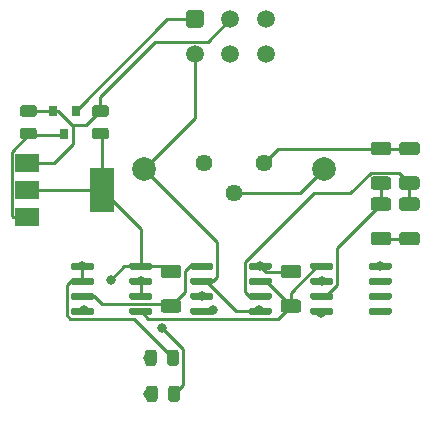
<source format=gbr>
G04 #@! TF.GenerationSoftware,KiCad,Pcbnew,(5.1.6)-1*
G04 #@! TF.CreationDate,2021-06-24T15:04:22+10:00*
G04 #@! TF.ProjectId,BSPD_Accumulator,42535044-5f41-4636-9375-6d756c61746f,rev?*
G04 #@! TF.SameCoordinates,Original*
G04 #@! TF.FileFunction,Copper,L1,Top*
G04 #@! TF.FilePolarity,Positive*
%FSLAX46Y46*%
G04 Gerber Fmt 4.6, Leading zero omitted, Abs format (unit mm)*
G04 Created by KiCad (PCBNEW (5.1.6)-1) date 2021-06-24 15:04:22*
%MOMM*%
%LPD*%
G01*
G04 APERTURE LIST*
G04 #@! TA.AperFunction,ComponentPad*
%ADD10C,1.500000*%
G04 #@! TD*
G04 #@! TA.AperFunction,SMDPad,CuDef*
%ADD11R,0.800000X0.900000*%
G04 #@! TD*
G04 #@! TA.AperFunction,ComponentPad*
%ADD12C,1.440000*%
G04 #@! TD*
G04 #@! TA.AperFunction,SMDPad,CuDef*
%ADD13R,2.000000X3.800000*%
G04 #@! TD*
G04 #@! TA.AperFunction,SMDPad,CuDef*
%ADD14R,2.000000X1.500000*%
G04 #@! TD*
G04 #@! TA.AperFunction,ComponentPad*
%ADD15C,2.000000*%
G04 #@! TD*
G04 #@! TA.AperFunction,ViaPad*
%ADD16C,0.800000*%
G04 #@! TD*
G04 #@! TA.AperFunction,Conductor*
%ADD17C,0.250000*%
G04 #@! TD*
G04 APERTURE END LIST*
G04 #@! TA.AperFunction,ComponentPad*
G36*
G01*
X84594000Y-46220000D02*
X84594000Y-45220000D01*
G75*
G02*
X84844000Y-44970000I250000J0D01*
G01*
X85844000Y-44970000D01*
G75*
G02*
X86094000Y-45220000I0J-250000D01*
G01*
X86094000Y-46220000D01*
G75*
G02*
X85844000Y-46470000I-250000J0D01*
G01*
X84844000Y-46470000D01*
G75*
G02*
X84594000Y-46220000I0J250000D01*
G01*
G37*
G04 #@! TD.AperFunction*
D10*
X88344000Y-45720000D03*
X91344000Y-45720000D03*
X85344000Y-48720000D03*
X88344000Y-48720000D03*
X91344000Y-48720000D03*
G04 #@! TA.AperFunction,SMDPad,CuDef*
G36*
G01*
X71722000Y-55933000D02*
X70772000Y-55933000D01*
G75*
G02*
X70522000Y-55683000I0J250000D01*
G01*
X70522000Y-55183000D01*
G75*
G02*
X70772000Y-54933000I250000J0D01*
G01*
X71722000Y-54933000D01*
G75*
G02*
X71972000Y-55183000I0J-250000D01*
G01*
X71972000Y-55683000D01*
G75*
G02*
X71722000Y-55933000I-250000J0D01*
G01*
G37*
G04 #@! TD.AperFunction*
G04 #@! TA.AperFunction,SMDPad,CuDef*
G36*
G01*
X71722000Y-54033000D02*
X70772000Y-54033000D01*
G75*
G02*
X70522000Y-53783000I0J250000D01*
G01*
X70522000Y-53283000D01*
G75*
G02*
X70772000Y-53033000I250000J0D01*
G01*
X71722000Y-53033000D01*
G75*
G02*
X71972000Y-53283000I0J-250000D01*
G01*
X71972000Y-53783000D01*
G75*
G02*
X71722000Y-54033000I-250000J0D01*
G01*
G37*
G04 #@! TD.AperFunction*
G04 #@! TA.AperFunction,SMDPad,CuDef*
G36*
G01*
X77818000Y-54033000D02*
X76868000Y-54033000D01*
G75*
G02*
X76618000Y-53783000I0J250000D01*
G01*
X76618000Y-53283000D01*
G75*
G02*
X76868000Y-53033000I250000J0D01*
G01*
X77818000Y-53033000D01*
G75*
G02*
X78068000Y-53283000I0J-250000D01*
G01*
X78068000Y-53783000D01*
G75*
G02*
X77818000Y-54033000I-250000J0D01*
G01*
G37*
G04 #@! TD.AperFunction*
G04 #@! TA.AperFunction,SMDPad,CuDef*
G36*
G01*
X77818000Y-55933000D02*
X76868000Y-55933000D01*
G75*
G02*
X76618000Y-55683000I0J250000D01*
G01*
X76618000Y-55183000D01*
G75*
G02*
X76868000Y-54933000I250000J0D01*
G01*
X77818000Y-54933000D01*
G75*
G02*
X78068000Y-55183000I0J-250000D01*
G01*
X78068000Y-55683000D01*
G75*
G02*
X77818000Y-55933000I-250000J0D01*
G01*
G37*
G04 #@! TD.AperFunction*
G04 #@! TA.AperFunction,SMDPad,CuDef*
G36*
G01*
X81125000Y-74878250D02*
X81125000Y-73965750D01*
G75*
G02*
X81368750Y-73722000I243750J0D01*
G01*
X81856250Y-73722000D01*
G75*
G02*
X82100000Y-73965750I0J-243750D01*
G01*
X82100000Y-74878250D01*
G75*
G02*
X81856250Y-75122000I-243750J0D01*
G01*
X81368750Y-75122000D01*
G75*
G02*
X81125000Y-74878250I0J243750D01*
G01*
G37*
G04 #@! TD.AperFunction*
G04 #@! TA.AperFunction,SMDPad,CuDef*
G36*
G01*
X83000000Y-74878250D02*
X83000000Y-73965750D01*
G75*
G02*
X83243750Y-73722000I243750J0D01*
G01*
X83731250Y-73722000D01*
G75*
G02*
X83975000Y-73965750I0J-243750D01*
G01*
X83975000Y-74878250D01*
G75*
G02*
X83731250Y-75122000I-243750J0D01*
G01*
X83243750Y-75122000D01*
G75*
G02*
X83000000Y-74878250I0J243750D01*
G01*
G37*
G04 #@! TD.AperFunction*
G04 #@! TA.AperFunction,SMDPad,CuDef*
G36*
G01*
X83078500Y-77926250D02*
X83078500Y-77013750D01*
G75*
G02*
X83322250Y-76770000I243750J0D01*
G01*
X83809750Y-76770000D01*
G75*
G02*
X84053500Y-77013750I0J-243750D01*
G01*
X84053500Y-77926250D01*
G75*
G02*
X83809750Y-78170000I-243750J0D01*
G01*
X83322250Y-78170000D01*
G75*
G02*
X83078500Y-77926250I0J243750D01*
G01*
G37*
G04 #@! TD.AperFunction*
G04 #@! TA.AperFunction,SMDPad,CuDef*
G36*
G01*
X81203500Y-77926250D02*
X81203500Y-77013750D01*
G75*
G02*
X81447250Y-76770000I243750J0D01*
G01*
X81934750Y-76770000D01*
G75*
G02*
X82178500Y-77013750I0J-243750D01*
G01*
X82178500Y-77926250D01*
G75*
G02*
X81934750Y-78170000I-243750J0D01*
G01*
X81447250Y-78170000D01*
G75*
G02*
X81203500Y-77926250I0J243750D01*
G01*
G37*
G04 #@! TD.AperFunction*
D11*
X75245000Y-53483000D03*
X73345000Y-53483000D03*
X74295000Y-55483000D03*
G04 #@! TA.AperFunction,SMDPad,CuDef*
G36*
G01*
X101717001Y-60191000D02*
X100466999Y-60191000D01*
G75*
G02*
X100217000Y-59941001I0J249999D01*
G01*
X100217000Y-59315999D01*
G75*
G02*
X100466999Y-59066000I249999J0D01*
G01*
X101717001Y-59066000D01*
G75*
G02*
X101967000Y-59315999I0J-249999D01*
G01*
X101967000Y-59941001D01*
G75*
G02*
X101717001Y-60191000I-249999J0D01*
G01*
G37*
G04 #@! TD.AperFunction*
G04 #@! TA.AperFunction,SMDPad,CuDef*
G36*
G01*
X101717001Y-57266000D02*
X100466999Y-57266000D01*
G75*
G02*
X100217000Y-57016001I0J249999D01*
G01*
X100217000Y-56390999D01*
G75*
G02*
X100466999Y-56141000I249999J0D01*
G01*
X101717001Y-56141000D01*
G75*
G02*
X101967000Y-56390999I0J-249999D01*
G01*
X101967000Y-57016001D01*
G75*
G02*
X101717001Y-57266000I-249999J0D01*
G01*
G37*
G04 #@! TD.AperFunction*
G04 #@! TA.AperFunction,SMDPad,CuDef*
G36*
G01*
X100466999Y-63765000D02*
X101717001Y-63765000D01*
G75*
G02*
X101967000Y-64014999I0J-249999D01*
G01*
X101967000Y-64640001D01*
G75*
G02*
X101717001Y-64890000I-249999J0D01*
G01*
X100466999Y-64890000D01*
G75*
G02*
X100217000Y-64640001I0J249999D01*
G01*
X100217000Y-64014999D01*
G75*
G02*
X100466999Y-63765000I249999J0D01*
G01*
G37*
G04 #@! TD.AperFunction*
G04 #@! TA.AperFunction,SMDPad,CuDef*
G36*
G01*
X100466999Y-60840000D02*
X101717001Y-60840000D01*
G75*
G02*
X101967000Y-61089999I0J-249999D01*
G01*
X101967000Y-61715001D01*
G75*
G02*
X101717001Y-61965000I-249999J0D01*
G01*
X100466999Y-61965000D01*
G75*
G02*
X100217000Y-61715001I0J249999D01*
G01*
X100217000Y-61089999D01*
G75*
G02*
X100466999Y-60840000I249999J0D01*
G01*
G37*
G04 #@! TD.AperFunction*
G04 #@! TA.AperFunction,SMDPad,CuDef*
G36*
G01*
X102879999Y-56141000D02*
X104130001Y-56141000D01*
G75*
G02*
X104380000Y-56390999I0J-249999D01*
G01*
X104380000Y-57016001D01*
G75*
G02*
X104130001Y-57266000I-249999J0D01*
G01*
X102879999Y-57266000D01*
G75*
G02*
X102630000Y-57016001I0J249999D01*
G01*
X102630000Y-56390999D01*
G75*
G02*
X102879999Y-56141000I249999J0D01*
G01*
G37*
G04 #@! TD.AperFunction*
G04 #@! TA.AperFunction,SMDPad,CuDef*
G36*
G01*
X102879999Y-59066000D02*
X104130001Y-59066000D01*
G75*
G02*
X104380000Y-59315999I0J-249999D01*
G01*
X104380000Y-59941001D01*
G75*
G02*
X104130001Y-60191000I-249999J0D01*
G01*
X102879999Y-60191000D01*
G75*
G02*
X102630000Y-59941001I0J249999D01*
G01*
X102630000Y-59315999D01*
G75*
G02*
X102879999Y-59066000I249999J0D01*
G01*
G37*
G04 #@! TD.AperFunction*
G04 #@! TA.AperFunction,SMDPad,CuDef*
G36*
G01*
X102879999Y-63765000D02*
X104130001Y-63765000D01*
G75*
G02*
X104380000Y-64014999I0J-249999D01*
G01*
X104380000Y-64640001D01*
G75*
G02*
X104130001Y-64890000I-249999J0D01*
G01*
X102879999Y-64890000D01*
G75*
G02*
X102630000Y-64640001I0J249999D01*
G01*
X102630000Y-64014999D01*
G75*
G02*
X102879999Y-63765000I249999J0D01*
G01*
G37*
G04 #@! TD.AperFunction*
G04 #@! TA.AperFunction,SMDPad,CuDef*
G36*
G01*
X102879999Y-60840000D02*
X104130001Y-60840000D01*
G75*
G02*
X104380000Y-61089999I0J-249999D01*
G01*
X104380000Y-61715001D01*
G75*
G02*
X104130001Y-61965000I-249999J0D01*
G01*
X102879999Y-61965000D01*
G75*
G02*
X102630000Y-61715001I0J249999D01*
G01*
X102630000Y-61089999D01*
G75*
G02*
X102879999Y-60840000I249999J0D01*
G01*
G37*
G04 #@! TD.AperFunction*
G04 #@! TA.AperFunction,SMDPad,CuDef*
G36*
G01*
X82686999Y-66555000D02*
X83937001Y-66555000D01*
G75*
G02*
X84187000Y-66804999I0J-249999D01*
G01*
X84187000Y-67430001D01*
G75*
G02*
X83937001Y-67680000I-249999J0D01*
G01*
X82686999Y-67680000D01*
G75*
G02*
X82437000Y-67430001I0J249999D01*
G01*
X82437000Y-66804999D01*
G75*
G02*
X82686999Y-66555000I249999J0D01*
G01*
G37*
G04 #@! TD.AperFunction*
G04 #@! TA.AperFunction,SMDPad,CuDef*
G36*
G01*
X82686999Y-69480000D02*
X83937001Y-69480000D01*
G75*
G02*
X84187000Y-69729999I0J-249999D01*
G01*
X84187000Y-70355001D01*
G75*
G02*
X83937001Y-70605000I-249999J0D01*
G01*
X82686999Y-70605000D01*
G75*
G02*
X82437000Y-70355001I0J249999D01*
G01*
X82437000Y-69729999D01*
G75*
G02*
X82686999Y-69480000I249999J0D01*
G01*
G37*
G04 #@! TD.AperFunction*
G04 #@! TA.AperFunction,SMDPad,CuDef*
G36*
G01*
X94097001Y-67680000D02*
X92846999Y-67680000D01*
G75*
G02*
X92597000Y-67430001I0J249999D01*
G01*
X92597000Y-66804999D01*
G75*
G02*
X92846999Y-66555000I249999J0D01*
G01*
X94097001Y-66555000D01*
G75*
G02*
X94347000Y-66804999I0J-249999D01*
G01*
X94347000Y-67430001D01*
G75*
G02*
X94097001Y-67680000I-249999J0D01*
G01*
G37*
G04 #@! TD.AperFunction*
G04 #@! TA.AperFunction,SMDPad,CuDef*
G36*
G01*
X94097001Y-70605000D02*
X92846999Y-70605000D01*
G75*
G02*
X92597000Y-70355001I0J249999D01*
G01*
X92597000Y-69729999D01*
G75*
G02*
X92846999Y-69480000I249999J0D01*
G01*
X94097001Y-69480000D01*
G75*
G02*
X94347000Y-69729999I0J-249999D01*
G01*
X94347000Y-70355001D01*
G75*
G02*
X94097001Y-70605000I-249999J0D01*
G01*
G37*
G04 #@! TD.AperFunction*
D12*
X91186000Y-57912000D03*
X88646000Y-60452000D03*
X86106000Y-57912000D03*
G04 #@! TA.AperFunction,SMDPad,CuDef*
G36*
G01*
X89899501Y-66819501D02*
X89899501Y-66519501D01*
G75*
G02*
X90049501Y-66369501I150000J0D01*
G01*
X91699501Y-66369501D01*
G75*
G02*
X91849501Y-66519501I0J-150000D01*
G01*
X91849501Y-66819501D01*
G75*
G02*
X91699501Y-66969501I-150000J0D01*
G01*
X90049501Y-66969501D01*
G75*
G02*
X89899501Y-66819501I0J150000D01*
G01*
G37*
G04 #@! TD.AperFunction*
G04 #@! TA.AperFunction,SMDPad,CuDef*
G36*
G01*
X89899501Y-68089501D02*
X89899501Y-67789501D01*
G75*
G02*
X90049501Y-67639501I150000J0D01*
G01*
X91699501Y-67639501D01*
G75*
G02*
X91849501Y-67789501I0J-150000D01*
G01*
X91849501Y-68089501D01*
G75*
G02*
X91699501Y-68239501I-150000J0D01*
G01*
X90049501Y-68239501D01*
G75*
G02*
X89899501Y-68089501I0J150000D01*
G01*
G37*
G04 #@! TD.AperFunction*
G04 #@! TA.AperFunction,SMDPad,CuDef*
G36*
G01*
X89899501Y-69359501D02*
X89899501Y-69059501D01*
G75*
G02*
X90049501Y-68909501I150000J0D01*
G01*
X91699501Y-68909501D01*
G75*
G02*
X91849501Y-69059501I0J-150000D01*
G01*
X91849501Y-69359501D01*
G75*
G02*
X91699501Y-69509501I-150000J0D01*
G01*
X90049501Y-69509501D01*
G75*
G02*
X89899501Y-69359501I0J150000D01*
G01*
G37*
G04 #@! TD.AperFunction*
G04 #@! TA.AperFunction,SMDPad,CuDef*
G36*
G01*
X89899501Y-70629501D02*
X89899501Y-70329501D01*
G75*
G02*
X90049501Y-70179501I150000J0D01*
G01*
X91699501Y-70179501D01*
G75*
G02*
X91849501Y-70329501I0J-150000D01*
G01*
X91849501Y-70629501D01*
G75*
G02*
X91699501Y-70779501I-150000J0D01*
G01*
X90049501Y-70779501D01*
G75*
G02*
X89899501Y-70629501I0J150000D01*
G01*
G37*
G04 #@! TD.AperFunction*
G04 #@! TA.AperFunction,SMDPad,CuDef*
G36*
G01*
X84949501Y-70629501D02*
X84949501Y-70329501D01*
G75*
G02*
X85099501Y-70179501I150000J0D01*
G01*
X86749501Y-70179501D01*
G75*
G02*
X86899501Y-70329501I0J-150000D01*
G01*
X86899501Y-70629501D01*
G75*
G02*
X86749501Y-70779501I-150000J0D01*
G01*
X85099501Y-70779501D01*
G75*
G02*
X84949501Y-70629501I0J150000D01*
G01*
G37*
G04 #@! TD.AperFunction*
G04 #@! TA.AperFunction,SMDPad,CuDef*
G36*
G01*
X84949501Y-69359501D02*
X84949501Y-69059501D01*
G75*
G02*
X85099501Y-68909501I150000J0D01*
G01*
X86749501Y-68909501D01*
G75*
G02*
X86899501Y-69059501I0J-150000D01*
G01*
X86899501Y-69359501D01*
G75*
G02*
X86749501Y-69509501I-150000J0D01*
G01*
X85099501Y-69509501D01*
G75*
G02*
X84949501Y-69359501I0J150000D01*
G01*
G37*
G04 #@! TD.AperFunction*
G04 #@! TA.AperFunction,SMDPad,CuDef*
G36*
G01*
X84949501Y-68089501D02*
X84949501Y-67789501D01*
G75*
G02*
X85099501Y-67639501I150000J0D01*
G01*
X86749501Y-67639501D01*
G75*
G02*
X86899501Y-67789501I0J-150000D01*
G01*
X86899501Y-68089501D01*
G75*
G02*
X86749501Y-68239501I-150000J0D01*
G01*
X85099501Y-68239501D01*
G75*
G02*
X84949501Y-68089501I0J150000D01*
G01*
G37*
G04 #@! TD.AperFunction*
G04 #@! TA.AperFunction,SMDPad,CuDef*
G36*
G01*
X84949501Y-66819501D02*
X84949501Y-66519501D01*
G75*
G02*
X85099501Y-66369501I150000J0D01*
G01*
X86749501Y-66369501D01*
G75*
G02*
X86899501Y-66519501I0J-150000D01*
G01*
X86899501Y-66819501D01*
G75*
G02*
X86749501Y-66969501I-150000J0D01*
G01*
X85099501Y-66969501D01*
G75*
G02*
X84949501Y-66819501I0J150000D01*
G01*
G37*
G04 #@! TD.AperFunction*
G04 #@! TA.AperFunction,SMDPad,CuDef*
G36*
G01*
X95102000Y-66825000D02*
X95102000Y-66525000D01*
G75*
G02*
X95252000Y-66375000I150000J0D01*
G01*
X96902000Y-66375000D01*
G75*
G02*
X97052000Y-66525000I0J-150000D01*
G01*
X97052000Y-66825000D01*
G75*
G02*
X96902000Y-66975000I-150000J0D01*
G01*
X95252000Y-66975000D01*
G75*
G02*
X95102000Y-66825000I0J150000D01*
G01*
G37*
G04 #@! TD.AperFunction*
G04 #@! TA.AperFunction,SMDPad,CuDef*
G36*
G01*
X95102000Y-68095000D02*
X95102000Y-67795000D01*
G75*
G02*
X95252000Y-67645000I150000J0D01*
G01*
X96902000Y-67645000D01*
G75*
G02*
X97052000Y-67795000I0J-150000D01*
G01*
X97052000Y-68095000D01*
G75*
G02*
X96902000Y-68245000I-150000J0D01*
G01*
X95252000Y-68245000D01*
G75*
G02*
X95102000Y-68095000I0J150000D01*
G01*
G37*
G04 #@! TD.AperFunction*
G04 #@! TA.AperFunction,SMDPad,CuDef*
G36*
G01*
X95102000Y-69365000D02*
X95102000Y-69065000D01*
G75*
G02*
X95252000Y-68915000I150000J0D01*
G01*
X96902000Y-68915000D01*
G75*
G02*
X97052000Y-69065000I0J-150000D01*
G01*
X97052000Y-69365000D01*
G75*
G02*
X96902000Y-69515000I-150000J0D01*
G01*
X95252000Y-69515000D01*
G75*
G02*
X95102000Y-69365000I0J150000D01*
G01*
G37*
G04 #@! TD.AperFunction*
G04 #@! TA.AperFunction,SMDPad,CuDef*
G36*
G01*
X95102000Y-70635000D02*
X95102000Y-70335000D01*
G75*
G02*
X95252000Y-70185000I150000J0D01*
G01*
X96902000Y-70185000D01*
G75*
G02*
X97052000Y-70335000I0J-150000D01*
G01*
X97052000Y-70635000D01*
G75*
G02*
X96902000Y-70785000I-150000J0D01*
G01*
X95252000Y-70785000D01*
G75*
G02*
X95102000Y-70635000I0J150000D01*
G01*
G37*
G04 #@! TD.AperFunction*
G04 #@! TA.AperFunction,SMDPad,CuDef*
G36*
G01*
X100052000Y-70635000D02*
X100052000Y-70335000D01*
G75*
G02*
X100202000Y-70185000I150000J0D01*
G01*
X101852000Y-70185000D01*
G75*
G02*
X102002000Y-70335000I0J-150000D01*
G01*
X102002000Y-70635000D01*
G75*
G02*
X101852000Y-70785000I-150000J0D01*
G01*
X100202000Y-70785000D01*
G75*
G02*
X100052000Y-70635000I0J150000D01*
G01*
G37*
G04 #@! TD.AperFunction*
G04 #@! TA.AperFunction,SMDPad,CuDef*
G36*
G01*
X100052000Y-69365000D02*
X100052000Y-69065000D01*
G75*
G02*
X100202000Y-68915000I150000J0D01*
G01*
X101852000Y-68915000D01*
G75*
G02*
X102002000Y-69065000I0J-150000D01*
G01*
X102002000Y-69365000D01*
G75*
G02*
X101852000Y-69515000I-150000J0D01*
G01*
X100202000Y-69515000D01*
G75*
G02*
X100052000Y-69365000I0J150000D01*
G01*
G37*
G04 #@! TD.AperFunction*
G04 #@! TA.AperFunction,SMDPad,CuDef*
G36*
G01*
X100052000Y-68095000D02*
X100052000Y-67795000D01*
G75*
G02*
X100202000Y-67645000I150000J0D01*
G01*
X101852000Y-67645000D01*
G75*
G02*
X102002000Y-67795000I0J-150000D01*
G01*
X102002000Y-68095000D01*
G75*
G02*
X101852000Y-68245000I-150000J0D01*
G01*
X100202000Y-68245000D01*
G75*
G02*
X100052000Y-68095000I0J150000D01*
G01*
G37*
G04 #@! TD.AperFunction*
G04 #@! TA.AperFunction,SMDPad,CuDef*
G36*
G01*
X100052000Y-66825000D02*
X100052000Y-66525000D01*
G75*
G02*
X100202000Y-66375000I150000J0D01*
G01*
X101852000Y-66375000D01*
G75*
G02*
X102002000Y-66525000I0J-150000D01*
G01*
X102002000Y-66825000D01*
G75*
G02*
X101852000Y-66975000I-150000J0D01*
G01*
X100202000Y-66975000D01*
G75*
G02*
X100052000Y-66825000I0J150000D01*
G01*
G37*
G04 #@! TD.AperFunction*
D13*
X77470000Y-60198000D03*
D14*
X71170000Y-60198000D03*
X71170000Y-62498000D03*
X71170000Y-57898000D03*
G04 #@! TA.AperFunction,SMDPad,CuDef*
G36*
G01*
X74847000Y-66825000D02*
X74847000Y-66525000D01*
G75*
G02*
X74997000Y-66375000I150000J0D01*
G01*
X76647000Y-66375000D01*
G75*
G02*
X76797000Y-66525000I0J-150000D01*
G01*
X76797000Y-66825000D01*
G75*
G02*
X76647000Y-66975000I-150000J0D01*
G01*
X74997000Y-66975000D01*
G75*
G02*
X74847000Y-66825000I0J150000D01*
G01*
G37*
G04 #@! TD.AperFunction*
G04 #@! TA.AperFunction,SMDPad,CuDef*
G36*
G01*
X74847000Y-68095000D02*
X74847000Y-67795000D01*
G75*
G02*
X74997000Y-67645000I150000J0D01*
G01*
X76647000Y-67645000D01*
G75*
G02*
X76797000Y-67795000I0J-150000D01*
G01*
X76797000Y-68095000D01*
G75*
G02*
X76647000Y-68245000I-150000J0D01*
G01*
X74997000Y-68245000D01*
G75*
G02*
X74847000Y-68095000I0J150000D01*
G01*
G37*
G04 #@! TD.AperFunction*
G04 #@! TA.AperFunction,SMDPad,CuDef*
G36*
G01*
X74847000Y-69365000D02*
X74847000Y-69065000D01*
G75*
G02*
X74997000Y-68915000I150000J0D01*
G01*
X76647000Y-68915000D01*
G75*
G02*
X76797000Y-69065000I0J-150000D01*
G01*
X76797000Y-69365000D01*
G75*
G02*
X76647000Y-69515000I-150000J0D01*
G01*
X74997000Y-69515000D01*
G75*
G02*
X74847000Y-69365000I0J150000D01*
G01*
G37*
G04 #@! TD.AperFunction*
G04 #@! TA.AperFunction,SMDPad,CuDef*
G36*
G01*
X74847000Y-70635000D02*
X74847000Y-70335000D01*
G75*
G02*
X74997000Y-70185000I150000J0D01*
G01*
X76647000Y-70185000D01*
G75*
G02*
X76797000Y-70335000I0J-150000D01*
G01*
X76797000Y-70635000D01*
G75*
G02*
X76647000Y-70785000I-150000J0D01*
G01*
X74997000Y-70785000D01*
G75*
G02*
X74847000Y-70635000I0J150000D01*
G01*
G37*
G04 #@! TD.AperFunction*
G04 #@! TA.AperFunction,SMDPad,CuDef*
G36*
G01*
X79797000Y-70635000D02*
X79797000Y-70335000D01*
G75*
G02*
X79947000Y-70185000I150000J0D01*
G01*
X81597000Y-70185000D01*
G75*
G02*
X81747000Y-70335000I0J-150000D01*
G01*
X81747000Y-70635000D01*
G75*
G02*
X81597000Y-70785000I-150000J0D01*
G01*
X79947000Y-70785000D01*
G75*
G02*
X79797000Y-70635000I0J150000D01*
G01*
G37*
G04 #@! TD.AperFunction*
G04 #@! TA.AperFunction,SMDPad,CuDef*
G36*
G01*
X79797000Y-69365000D02*
X79797000Y-69065000D01*
G75*
G02*
X79947000Y-68915000I150000J0D01*
G01*
X81597000Y-68915000D01*
G75*
G02*
X81747000Y-69065000I0J-150000D01*
G01*
X81747000Y-69365000D01*
G75*
G02*
X81597000Y-69515000I-150000J0D01*
G01*
X79947000Y-69515000D01*
G75*
G02*
X79797000Y-69365000I0J150000D01*
G01*
G37*
G04 #@! TD.AperFunction*
G04 #@! TA.AperFunction,SMDPad,CuDef*
G36*
G01*
X79797000Y-68095000D02*
X79797000Y-67795000D01*
G75*
G02*
X79947000Y-67645000I150000J0D01*
G01*
X81597000Y-67645000D01*
G75*
G02*
X81747000Y-67795000I0J-150000D01*
G01*
X81747000Y-68095000D01*
G75*
G02*
X81597000Y-68245000I-150000J0D01*
G01*
X79947000Y-68245000D01*
G75*
G02*
X79797000Y-68095000I0J150000D01*
G01*
G37*
G04 #@! TD.AperFunction*
G04 #@! TA.AperFunction,SMDPad,CuDef*
G36*
G01*
X79797000Y-66825000D02*
X79797000Y-66525000D01*
G75*
G02*
X79947000Y-66375000I150000J0D01*
G01*
X81597000Y-66375000D01*
G75*
G02*
X81747000Y-66525000I0J-150000D01*
G01*
X81747000Y-66825000D01*
G75*
G02*
X81597000Y-66975000I-150000J0D01*
G01*
X79947000Y-66975000D01*
G75*
G02*
X79797000Y-66825000I0J150000D01*
G01*
G37*
G04 #@! TD.AperFunction*
D15*
X96266000Y-58420000D03*
X81026000Y-58420000D03*
D16*
X96012000Y-70612000D03*
X75946000Y-70358000D03*
X86871155Y-70361155D03*
X101092000Y-64327500D03*
X78232000Y-67820500D03*
X77470000Y-60198000D03*
X90874501Y-66669501D03*
X101027000Y-66675000D03*
X81341500Y-74422000D03*
X75822000Y-66675000D03*
X80772000Y-67945000D03*
X82550000Y-71882000D03*
X81341500Y-77470000D03*
X90810499Y-70379511D03*
X96077000Y-67945000D03*
X85924501Y-69209501D03*
D17*
X75020001Y-54772999D02*
X73730002Y-53483000D01*
X75020001Y-56193001D02*
X75020001Y-54772999D01*
X73442002Y-57898000D02*
X75020001Y-56320001D01*
X73730002Y-53483000D02*
X73345000Y-53483000D01*
X71170000Y-57898000D02*
X73442002Y-57898000D01*
X73295000Y-53533000D02*
X73345000Y-53483000D01*
X71247000Y-53533000D02*
X73295000Y-53533000D01*
X77343000Y-53533000D02*
X76139000Y-54737000D01*
X75056000Y-54737000D02*
X75020001Y-54772999D01*
X76139000Y-54737000D02*
X75056000Y-54737000D01*
X103505000Y-64327500D02*
X101092000Y-64327500D01*
X85924501Y-70479501D02*
X86752809Y-70479501D01*
X86752809Y-70479501D02*
X86871155Y-70361155D01*
X101092000Y-64327500D02*
X101092000Y-64327500D01*
X81994999Y-47644999D02*
X77343000Y-52296998D01*
X77343000Y-52296998D02*
X77343000Y-53533000D01*
X88344000Y-45720000D02*
X86419001Y-47644999D01*
X86419001Y-47644999D02*
X81994999Y-47644999D01*
X75020001Y-56320001D02*
X75020001Y-56193001D01*
X71170000Y-60198000D02*
X77470000Y-60198000D01*
X77470000Y-55687000D02*
X77343000Y-55560000D01*
X77470000Y-60198000D02*
X77470000Y-55687000D01*
X103505000Y-56703500D02*
X101092000Y-56703500D01*
X92394500Y-56703500D02*
X91186000Y-57912000D01*
X101092000Y-56703500D02*
X92394500Y-56703500D01*
X80772000Y-66675000D02*
X79377500Y-66675000D01*
X79377500Y-66675000D02*
X78232000Y-67820500D01*
X80772000Y-63500000D02*
X77470000Y-60198000D01*
X80772000Y-66675000D02*
X80772000Y-64516000D01*
X82869500Y-66675000D02*
X83312000Y-67117500D01*
X80772000Y-66675000D02*
X82869500Y-66675000D01*
X91322500Y-67117500D02*
X90874501Y-66669501D01*
X93472000Y-67117500D02*
X91322500Y-67117500D01*
X80772000Y-63500000D02*
X80772000Y-64516000D01*
X69844999Y-56962001D02*
X71247000Y-55560000D01*
X69844999Y-62422999D02*
X69844999Y-56962001D01*
X69920000Y-62498000D02*
X69844999Y-62422999D01*
X71170000Y-62498000D02*
X69920000Y-62498000D01*
X74245000Y-55560000D02*
X74295000Y-55610000D01*
X71247000Y-55560000D02*
X74245000Y-55560000D01*
X81612500Y-74422000D02*
X81341500Y-74422000D01*
X75822000Y-66675000D02*
X75822000Y-67945000D01*
X74521990Y-68270010D02*
X74847000Y-67945000D01*
X74800242Y-71110010D02*
X74521990Y-70831758D01*
X74847000Y-67945000D02*
X75822000Y-67945000D01*
X74521990Y-70831758D02*
X74521990Y-68270010D01*
X80175510Y-71110010D02*
X74800242Y-71110010D01*
X83487500Y-74422000D02*
X80175510Y-71110010D01*
X80772000Y-69215000D02*
X80772000Y-67945000D01*
X84300010Y-73632010D02*
X82550000Y-71882000D01*
X83566000Y-77470000D02*
X84300010Y-76735990D01*
X84300010Y-76735990D02*
X84300010Y-73632010D01*
X81691000Y-77470000D02*
X81341500Y-77470000D01*
X83008000Y-45720000D02*
X84328000Y-45720000D01*
X75245000Y-53483000D02*
X83008000Y-45720000D01*
X85344000Y-45720000D02*
X84328000Y-45720000D01*
X84328000Y-45720000D02*
X84151000Y-45720000D01*
X86301269Y-67939501D02*
X85924501Y-67939501D01*
X88841269Y-70479501D02*
X86301269Y-67939501D01*
X90874501Y-70479501D02*
X88841269Y-70479501D01*
X87224511Y-64618511D02*
X81026000Y-58420000D01*
X87224511Y-67614491D02*
X87224511Y-64618511D01*
X86899501Y-67939501D02*
X87224511Y-67614491D01*
X85924501Y-67939501D02*
X86899501Y-67939501D01*
X90874501Y-70479501D02*
X90874501Y-70443513D01*
X90874501Y-70443513D02*
X90810499Y-70379511D01*
X85344000Y-54102000D02*
X81026000Y-58420000D01*
X85344000Y-48720000D02*
X85344000Y-54102000D01*
X101092000Y-61402500D02*
X101092000Y-59628500D01*
X97377010Y-68291758D02*
X96453768Y-69215000D01*
X97377010Y-65117490D02*
X97377010Y-68291758D01*
X96453768Y-69215000D02*
X96077000Y-69215000D01*
X101092000Y-61402500D02*
X97377010Y-65117490D01*
X103505000Y-61402500D02*
X103505000Y-59628500D01*
X102617490Y-58740990D02*
X103505000Y-59628500D01*
X100228820Y-58740990D02*
X102617490Y-58740990D01*
X98517810Y-60452000D02*
X100228820Y-58740990D01*
X95445234Y-60452000D02*
X98517810Y-60452000D01*
X89574491Y-68884491D02*
X89574491Y-66322743D01*
X89574491Y-66322743D02*
X95445234Y-60452000D01*
X89899501Y-69209501D02*
X89574491Y-68884491D01*
X90874501Y-69209501D02*
X89899501Y-69209501D01*
X77441990Y-69859990D02*
X83129490Y-69859990D01*
X76797000Y-69215000D02*
X77441990Y-69859990D01*
X83129490Y-69859990D02*
X83312000Y-70042500D01*
X75822000Y-69215000D02*
X76797000Y-69215000D01*
X84949501Y-66669501D02*
X85924501Y-66669501D01*
X84512010Y-67106992D02*
X84949501Y-66669501D01*
X84512010Y-68842490D02*
X84512010Y-67106992D01*
X83312000Y-70042500D02*
X84512010Y-68842490D01*
X91369001Y-67939501D02*
X90874501Y-67939501D01*
X93472000Y-70042500D02*
X91369001Y-67939501D01*
X95700232Y-66675000D02*
X96077000Y-66675000D01*
X93472000Y-68903232D02*
X95700232Y-66675000D01*
X93472000Y-70042500D02*
X93472000Y-68903232D01*
X81391511Y-71104511D02*
X80772000Y-70485000D01*
X93472000Y-70042500D02*
X92409989Y-71104511D01*
X92409989Y-71104511D02*
X81391511Y-71104511D01*
X94234000Y-60452000D02*
X96266000Y-58420000D01*
X88646000Y-60452000D02*
X94234000Y-60452000D01*
M02*

</source>
